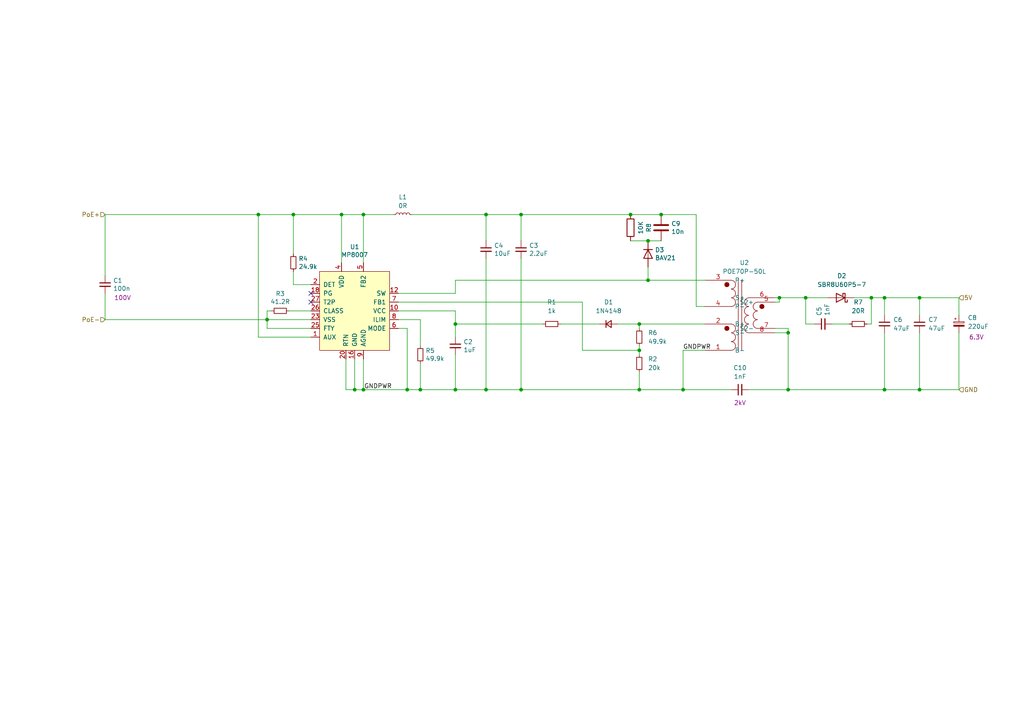
<source format=kicad_sch>
(kicad_sch (version 20211123) (generator eeschema)

  (uuid da469d11-a8a4-414b-9449-d151eeaf4853)

  (paper "A4")

  (lib_symbols
    (symbol "Device:C" (pin_numbers hide) (pin_names (offset 0.254)) (in_bom yes) (on_board yes)
      (property "Reference" "C" (id 0) (at 0.635 2.54 0)
        (effects (font (size 1.27 1.27)) (justify left))
      )
      (property "Value" "C" (id 1) (at 0.635 -2.54 0)
        (effects (font (size 1.27 1.27)) (justify left))
      )
      (property "Footprint" "" (id 2) (at 0.9652 -3.81 0)
        (effects (font (size 1.27 1.27)) hide)
      )
      (property "Datasheet" "~" (id 3) (at 0 0 0)
        (effects (font (size 1.27 1.27)) hide)
      )
      (property "ki_keywords" "cap capacitor" (id 4) (at 0 0 0)
        (effects (font (size 1.27 1.27)) hide)
      )
      (property "ki_description" "Unpolarized capacitor" (id 5) (at 0 0 0)
        (effects (font (size 1.27 1.27)) hide)
      )
      (property "ki_fp_filters" "C_*" (id 6) (at 0 0 0)
        (effects (font (size 1.27 1.27)) hide)
      )
      (symbol "C_0_1"
        (polyline
          (pts
            (xy -2.032 -0.762)
            (xy 2.032 -0.762)
          )
          (stroke (width 0.508) (type default) (color 0 0 0 0))
          (fill (type none))
        )
        (polyline
          (pts
            (xy -2.032 0.762)
            (xy 2.032 0.762)
          )
          (stroke (width 0.508) (type default) (color 0 0 0 0))
          (fill (type none))
        )
      )
      (symbol "C_1_1"
        (pin passive line (at 0 3.81 270) (length 2.794)
          (name "~" (effects (font (size 1.27 1.27))))
          (number "1" (effects (font (size 1.27 1.27))))
        )
        (pin passive line (at 0 -3.81 90) (length 2.794)
          (name "~" (effects (font (size 1.27 1.27))))
          (number "2" (effects (font (size 1.27 1.27))))
        )
      )
    )
    (symbol "Device:C_Polarized_Small" (pin_numbers hide) (pin_names (offset 0.254) hide) (in_bom yes) (on_board yes)
      (property "Reference" "C" (id 0) (at 0.254 1.778 0)
        (effects (font (size 1.27 1.27)) (justify left))
      )
      (property "Value" "C_Polarized_Small" (id 1) (at 0.254 -2.032 0)
        (effects (font (size 1.27 1.27)) (justify left))
      )
      (property "Footprint" "" (id 2) (at 0 0 0)
        (effects (font (size 1.27 1.27)) hide)
      )
      (property "Datasheet" "~" (id 3) (at 0 0 0)
        (effects (font (size 1.27 1.27)) hide)
      )
      (property "ki_keywords" "cap capacitor" (id 4) (at 0 0 0)
        (effects (font (size 1.27 1.27)) hide)
      )
      (property "ki_description" "Polarized capacitor, small symbol" (id 5) (at 0 0 0)
        (effects (font (size 1.27 1.27)) hide)
      )
      (property "ki_fp_filters" "CP_*" (id 6) (at 0 0 0)
        (effects (font (size 1.27 1.27)) hide)
      )
      (symbol "C_Polarized_Small_0_1"
        (rectangle (start -1.524 -0.3048) (end 1.524 -0.6858)
          (stroke (width 0) (type default) (color 0 0 0 0))
          (fill (type outline))
        )
        (rectangle (start -1.524 0.6858) (end 1.524 0.3048)
          (stroke (width 0) (type default) (color 0 0 0 0))
          (fill (type none))
        )
        (polyline
          (pts
            (xy -1.27 1.524)
            (xy -0.762 1.524)
          )
          (stroke (width 0) (type default) (color 0 0 0 0))
          (fill (type none))
        )
        (polyline
          (pts
            (xy -1.016 1.27)
            (xy -1.016 1.778)
          )
          (stroke (width 0) (type default) (color 0 0 0 0))
          (fill (type none))
        )
      )
      (symbol "C_Polarized_Small_1_1"
        (pin passive line (at 0 2.54 270) (length 1.8542)
          (name "~" (effects (font (size 1.27 1.27))))
          (number "1" (effects (font (size 1.27 1.27))))
        )
        (pin passive line (at 0 -2.54 90) (length 1.8542)
          (name "~" (effects (font (size 1.27 1.27))))
          (number "2" (effects (font (size 1.27 1.27))))
        )
      )
    )
    (symbol "Device:C_Small" (pin_numbers hide) (pin_names (offset 0.254) hide) (in_bom yes) (on_board yes)
      (property "Reference" "C" (id 0) (at 0.254 1.778 0)
        (effects (font (size 1.27 1.27)) (justify left))
      )
      (property "Value" "C_Small" (id 1) (at 0.254 -2.032 0)
        (effects (font (size 1.27 1.27)) (justify left))
      )
      (property "Footprint" "" (id 2) (at 0 0 0)
        (effects (font (size 1.27 1.27)) hide)
      )
      (property "Datasheet" "~" (id 3) (at 0 0 0)
        (effects (font (size 1.27 1.27)) hide)
      )
      (property "ki_keywords" "capacitor cap" (id 4) (at 0 0 0)
        (effects (font (size 1.27 1.27)) hide)
      )
      (property "ki_description" "Unpolarized capacitor, small symbol" (id 5) (at 0 0 0)
        (effects (font (size 1.27 1.27)) hide)
      )
      (property "ki_fp_filters" "C_*" (id 6) (at 0 0 0)
        (effects (font (size 1.27 1.27)) hide)
      )
      (symbol "C_Small_0_1"
        (polyline
          (pts
            (xy -1.524 -0.508)
            (xy 1.524 -0.508)
          )
          (stroke (width 0.3302) (type default) (color 0 0 0 0))
          (fill (type none))
        )
        (polyline
          (pts
            (xy -1.524 0.508)
            (xy 1.524 0.508)
          )
          (stroke (width 0.3048) (type default) (color 0 0 0 0))
          (fill (type none))
        )
      )
      (symbol "C_Small_1_1"
        (pin passive line (at 0 2.54 270) (length 2.032)
          (name "~" (effects (font (size 1.27 1.27))))
          (number "1" (effects (font (size 1.27 1.27))))
        )
        (pin passive line (at 0 -2.54 90) (length 2.032)
          (name "~" (effects (font (size 1.27 1.27))))
          (number "2" (effects (font (size 1.27 1.27))))
        )
      )
    )
    (symbol "Device:D" (pin_numbers hide) (pin_names (offset 1.016) hide) (in_bom yes) (on_board yes)
      (property "Reference" "D" (id 0) (at 0 2.54 0)
        (effects (font (size 1.27 1.27)))
      )
      (property "Value" "D" (id 1) (at 0 -2.54 0)
        (effects (font (size 1.27 1.27)))
      )
      (property "Footprint" "" (id 2) (at 0 0 0)
        (effects (font (size 1.27 1.27)) hide)
      )
      (property "Datasheet" "~" (id 3) (at 0 0 0)
        (effects (font (size 1.27 1.27)) hide)
      )
      (property "ki_keywords" "diode" (id 4) (at 0 0 0)
        (effects (font (size 1.27 1.27)) hide)
      )
      (property "ki_description" "Diode" (id 5) (at 0 0 0)
        (effects (font (size 1.27 1.27)) hide)
      )
      (property "ki_fp_filters" "TO-???* *_Diode_* *SingleDiode* D_*" (id 6) (at 0 0 0)
        (effects (font (size 1.27 1.27)) hide)
      )
      (symbol "D_0_1"
        (polyline
          (pts
            (xy -1.27 1.27)
            (xy -1.27 -1.27)
          )
          (stroke (width 0.254) (type default) (color 0 0 0 0))
          (fill (type none))
        )
        (polyline
          (pts
            (xy 1.27 0)
            (xy -1.27 0)
          )
          (stroke (width 0) (type default) (color 0 0 0 0))
          (fill (type none))
        )
        (polyline
          (pts
            (xy 1.27 1.27)
            (xy 1.27 -1.27)
            (xy -1.27 0)
            (xy 1.27 1.27)
          )
          (stroke (width 0.254) (type default) (color 0 0 0 0))
          (fill (type none))
        )
      )
      (symbol "D_1_1"
        (pin passive line (at -3.81 0 0) (length 2.54)
          (name "K" (effects (font (size 1.27 1.27))))
          (number "1" (effects (font (size 1.27 1.27))))
        )
        (pin passive line (at 3.81 0 180) (length 2.54)
          (name "A" (effects (font (size 1.27 1.27))))
          (number "2" (effects (font (size 1.27 1.27))))
        )
      )
    )
    (symbol "Device:D_Schottky" (pin_numbers hide) (pin_names (offset 1.016) hide) (in_bom yes) (on_board yes)
      (property "Reference" "D" (id 0) (at 0 2.54 0)
        (effects (font (size 1.27 1.27)))
      )
      (property "Value" "D_Schottky" (id 1) (at 0 -2.54 0)
        (effects (font (size 1.27 1.27)))
      )
      (property "Footprint" "" (id 2) (at 0 0 0)
        (effects (font (size 1.27 1.27)) hide)
      )
      (property "Datasheet" "~" (id 3) (at 0 0 0)
        (effects (font (size 1.27 1.27)) hide)
      )
      (property "ki_keywords" "diode Schottky" (id 4) (at 0 0 0)
        (effects (font (size 1.27 1.27)) hide)
      )
      (property "ki_description" "Schottky diode" (id 5) (at 0 0 0)
        (effects (font (size 1.27 1.27)) hide)
      )
      (property "ki_fp_filters" "TO-???* *_Diode_* *SingleDiode* D_*" (id 6) (at 0 0 0)
        (effects (font (size 1.27 1.27)) hide)
      )
      (symbol "D_Schottky_0_1"
        (polyline
          (pts
            (xy 1.27 0)
            (xy -1.27 0)
          )
          (stroke (width 0) (type default) (color 0 0 0 0))
          (fill (type none))
        )
        (polyline
          (pts
            (xy 1.27 1.27)
            (xy 1.27 -1.27)
            (xy -1.27 0)
            (xy 1.27 1.27)
          )
          (stroke (width 0.254) (type default) (color 0 0 0 0))
          (fill (type none))
        )
        (polyline
          (pts
            (xy -1.905 0.635)
            (xy -1.905 1.27)
            (xy -1.27 1.27)
            (xy -1.27 -1.27)
            (xy -0.635 -1.27)
            (xy -0.635 -0.635)
          )
          (stroke (width 0.254) (type default) (color 0 0 0 0))
          (fill (type none))
        )
      )
      (symbol "D_Schottky_1_1"
        (pin passive line (at -3.81 0 0) (length 2.54)
          (name "K" (effects (font (size 1.27 1.27))))
          (number "1" (effects (font (size 1.27 1.27))))
        )
        (pin passive line (at 3.81 0 180) (length 2.54)
          (name "A" (effects (font (size 1.27 1.27))))
          (number "2" (effects (font (size 1.27 1.27))))
        )
      )
    )
    (symbol "Device:D_Small" (pin_numbers hide) (pin_names (offset 0.254) hide) (in_bom yes) (on_board yes)
      (property "Reference" "D" (id 0) (at -1.27 2.032 0)
        (effects (font (size 1.27 1.27)) (justify left))
      )
      (property "Value" "D_Small" (id 1) (at -3.81 -2.032 0)
        (effects (font (size 1.27 1.27)) (justify left))
      )
      (property "Footprint" "" (id 2) (at 0 0 90)
        (effects (font (size 1.27 1.27)) hide)
      )
      (property "Datasheet" "~" (id 3) (at 0 0 90)
        (effects (font (size 1.27 1.27)) hide)
      )
      (property "ki_keywords" "diode" (id 4) (at 0 0 0)
        (effects (font (size 1.27 1.27)) hide)
      )
      (property "ki_description" "Diode, small symbol" (id 5) (at 0 0 0)
        (effects (font (size 1.27 1.27)) hide)
      )
      (property "ki_fp_filters" "TO-???* *_Diode_* *SingleDiode* D_*" (id 6) (at 0 0 0)
        (effects (font (size 1.27 1.27)) hide)
      )
      (symbol "D_Small_0_1"
        (polyline
          (pts
            (xy -0.762 -1.016)
            (xy -0.762 1.016)
          )
          (stroke (width 0.254) (type default) (color 0 0 0 0))
          (fill (type none))
        )
        (polyline
          (pts
            (xy -0.762 0)
            (xy 0.762 0)
          )
          (stroke (width 0) (type default) (color 0 0 0 0))
          (fill (type none))
        )
        (polyline
          (pts
            (xy 0.762 -1.016)
            (xy -0.762 0)
            (xy 0.762 1.016)
            (xy 0.762 -1.016)
          )
          (stroke (width 0.254) (type default) (color 0 0 0 0))
          (fill (type none))
        )
      )
      (symbol "D_Small_1_1"
        (pin passive line (at -2.54 0 0) (length 1.778)
          (name "K" (effects (font (size 1.27 1.27))))
          (number "1" (effects (font (size 1.27 1.27))))
        )
        (pin passive line (at 2.54 0 180) (length 1.778)
          (name "A" (effects (font (size 1.27 1.27))))
          (number "2" (effects (font (size 1.27 1.27))))
        )
      )
    )
    (symbol "Device:L_Small" (pin_numbers hide) (pin_names (offset 0.254) hide) (in_bom yes) (on_board yes)
      (property "Reference" "L" (id 0) (at 0.762 1.016 0)
        (effects (font (size 1.27 1.27)) (justify left))
      )
      (property "Value" "L_Small" (id 1) (at 0.762 -1.016 0)
        (effects (font (size 1.27 1.27)) (justify left))
      )
      (property "Footprint" "" (id 2) (at 0 0 0)
        (effects (font (size 1.27 1.27)) hide)
      )
      (property "Datasheet" "~" (id 3) (at 0 0 0)
        (effects (font (size 1.27 1.27)) hide)
      )
      (property "ki_keywords" "inductor choke coil reactor magnetic" (id 4) (at 0 0 0)
        (effects (font (size 1.27 1.27)) hide)
      )
      (property "ki_description" "Inductor, small symbol" (id 5) (at 0 0 0)
        (effects (font (size 1.27 1.27)) hide)
      )
      (property "ki_fp_filters" "Choke_* *Coil* Inductor_* L_*" (id 6) (at 0 0 0)
        (effects (font (size 1.27 1.27)) hide)
      )
      (symbol "L_Small_0_1"
        (arc (start 0 -2.032) (mid 0.508 -1.524) (end 0 -1.016)
          (stroke (width 0) (type default) (color 0 0 0 0))
          (fill (type none))
        )
        (arc (start 0 -1.016) (mid 0.508 -0.508) (end 0 0)
          (stroke (width 0) (type default) (color 0 0 0 0))
          (fill (type none))
        )
        (arc (start 0 0) (mid 0.508 0.508) (end 0 1.016)
          (stroke (width 0) (type default) (color 0 0 0 0))
          (fill (type none))
        )
        (arc (start 0 1.016) (mid 0.508 1.524) (end 0 2.032)
          (stroke (width 0) (type default) (color 0 0 0 0))
          (fill (type none))
        )
      )
      (symbol "L_Small_1_1"
        (pin passive line (at 0 2.54 270) (length 0.508)
          (name "~" (effects (font (size 1.27 1.27))))
          (number "1" (effects (font (size 1.27 1.27))))
        )
        (pin passive line (at 0 -2.54 90) (length 0.508)
          (name "~" (effects (font (size 1.27 1.27))))
          (number "2" (effects (font (size 1.27 1.27))))
        )
      )
    )
    (symbol "Device:R" (pin_numbers hide) (pin_names (offset 0)) (in_bom yes) (on_board yes)
      (property "Reference" "R" (id 0) (at 2.032 0 90)
        (effects (font (size 1.27 1.27)))
      )
      (property "Value" "R" (id 1) (at 0 0 90)
        (effects (font (size 1.27 1.27)))
      )
      (property "Footprint" "" (id 2) (at -1.778 0 90)
        (effects (font (size 1.27 1.27)) hide)
      )
      (property "Datasheet" "~" (id 3) (at 0 0 0)
        (effects (font (size 1.27 1.27)) hide)
      )
      (property "ki_keywords" "R res resistor" (id 4) (at 0 0 0)
        (effects (font (size 1.27 1.27)) hide)
      )
      (property "ki_description" "Resistor" (id 5) (at 0 0 0)
        (effects (font (size 1.27 1.27)) hide)
      )
      (property "ki_fp_filters" "R_*" (id 6) (at 0 0 0)
        (effects (font (size 1.27 1.27)) hide)
      )
      (symbol "R_0_1"
        (rectangle (start -1.016 -2.54) (end 1.016 2.54)
          (stroke (width 0.254) (type default) (color 0 0 0 0))
          (fill (type none))
        )
      )
      (symbol "R_1_1"
        (pin passive line (at 0 3.81 270) (length 1.27)
          (name "~" (effects (font (size 1.27 1.27))))
          (number "1" (effects (font (size 1.27 1.27))))
        )
        (pin passive line (at 0 -3.81 90) (length 1.27)
          (name "~" (effects (font (size 1.27 1.27))))
          (number "2" (effects (font (size 1.27 1.27))))
        )
      )
    )
    (symbol "Device:R_Small" (pin_numbers hide) (pin_names (offset 0.254) hide) (in_bom yes) (on_board yes)
      (property "Reference" "R" (id 0) (at 0.762 0.508 0)
        (effects (font (size 1.27 1.27)) (justify left))
      )
      (property "Value" "R_Small" (id 1) (at 0.762 -1.016 0)
        (effects (font (size 1.27 1.27)) (justify left))
      )
      (property "Footprint" "" (id 2) (at 0 0 0)
        (effects (font (size 1.27 1.27)) hide)
      )
      (property "Datasheet" "~" (id 3) (at 0 0 0)
        (effects (font (size 1.27 1.27)) hide)
      )
      (property "ki_keywords" "R resistor" (id 4) (at 0 0 0)
        (effects (font (size 1.27 1.27)) hide)
      )
      (property "ki_description" "Resistor, small symbol" (id 5) (at 0 0 0)
        (effects (font (size 1.27 1.27)) hide)
      )
      (property "ki_fp_filters" "R_*" (id 6) (at 0 0 0)
        (effects (font (size 1.27 1.27)) hide)
      )
      (symbol "R_Small_0_1"
        (rectangle (start -0.762 1.778) (end 0.762 -1.778)
          (stroke (width 0.2032) (type default) (color 0 0 0 0))
          (fill (type none))
        )
      )
      (symbol "R_Small_1_1"
        (pin passive line (at 0 2.54 270) (length 0.762)
          (name "~" (effects (font (size 1.27 1.27))))
          (number "1" (effects (font (size 1.27 1.27))))
        )
        (pin passive line (at 0 -2.54 90) (length 0.762)
          (name "~" (effects (font (size 1.27 1.27))))
          (number "2" (effects (font (size 1.27 1.27))))
        )
      )
    )
    (symbol "local:MP8007" (pin_names (offset 1.016)) (in_bom yes) (on_board yes)
      (property "Reference" "U" (id 0) (at -5.08 11.43 0)
        (effects (font (size 1.27 1.27)))
      )
      (property "Value" "MP8007" (id 1) (at -1.27 -13.97 0)
        (effects (font (size 1.27 1.27)))
      )
      (property "Footprint" "" (id 2) (at -5.08 11.43 0)
        (effects (font (size 1.27 1.27)) hide)
      )
      (property "Datasheet" "" (id 3) (at -5.08 11.43 0)
        (effects (font (size 1.27 1.27)) hide)
      )
      (symbol "MP8007_0_1"
        (rectangle (start -6.35 10.16) (end 13.97 -12.7)
          (stroke (width 0) (type default) (color 0 0 0 0))
          (fill (type background))
        )
      )
      (symbol "MP8007_1_1"
        (pin input line (at -8.89 -8.89 0) (length 2.54)
          (name "AUX" (effects (font (size 1.27 1.27))))
          (number "1" (effects (font (size 1.27 1.27))))
        )
        (pin input line (at 16.51 -1.27 180) (length 2.54)
          (name "VCC" (effects (font (size 1.27 1.27))))
          (number "10" (effects (font (size 1.27 1.27))))
        )
        (pin input line (at 16.51 3.81 180) (length 2.54)
          (name "SW" (effects (font (size 1.27 1.27))))
          (number "12" (effects (font (size 1.27 1.27))))
        )
        (pin input line (at 16.51 3.81 180) (length 2.54) hide
          (name "~" (effects (font (size 1.27 1.27))))
          (number "13" (effects (font (size 1.27 1.27))))
        )
        (pin input line (at 6.35 -15.24 90) (length 2.54) hide
          (name "NC" (effects (font (size 1.27 1.27))))
          (number "14" (effects (font (size 1.27 1.27))))
        )
        (pin input line (at 6.35 -15.24 90) (length 2.54) hide
          (name "NC" (effects (font (size 1.27 1.27))))
          (number "15" (effects (font (size 1.27 1.27))))
        )
        (pin input line (at 3.81 -15.24 90) (length 2.54)
          (name "GND" (effects (font (size 1.27 1.27))))
          (number "16" (effects (font (size 1.27 1.27))))
        )
        (pin input line (at 3.81 -15.24 90) (length 2.54) hide
          (name "~" (effects (font (size 1.27 1.27))))
          (number "17" (effects (font (size 1.27 1.27))))
        )
        (pin input line (at -8.89 3.81 0) (length 2.54)
          (name "PG" (effects (font (size 1.27 1.27))))
          (number "18" (effects (font (size 1.27 1.27))))
        )
        (pin input line (at 6.35 -15.24 90) (length 2.54) hide
          (name "NC" (effects (font (size 1.27 1.27))))
          (number "19" (effects (font (size 1.27 1.27))))
        )
        (pin input line (at -8.89 6.35 0) (length 2.54)
          (name "DET" (effects (font (size 1.27 1.27))))
          (number "2" (effects (font (size 1.27 1.27))))
        )
        (pin input line (at 1.27 -15.24 90) (length 2.54)
          (name "RTN" (effects (font (size 1.27 1.27))))
          (number "20" (effects (font (size 1.27 1.27))))
        )
        (pin input line (at 1.27 -15.24 90) (length 2.54) hide
          (name "~" (effects (font (size 1.27 1.27))))
          (number "21" (effects (font (size 1.27 1.27))))
        )
        (pin input line (at 6.35 -15.24 90) (length 2.54) hide
          (name "NC" (effects (font (size 1.27 1.27))))
          (number "22" (effects (font (size 1.27 1.27))))
        )
        (pin input line (at -8.89 -3.81 0) (length 2.54)
          (name "VSS" (effects (font (size 1.27 1.27))))
          (number "23" (effects (font (size 1.27 1.27))))
        )
        (pin input line (at -8.89 -3.81 0) (length 2.54) hide
          (name "~" (effects (font (size 1.27 1.27))))
          (number "24" (effects (font (size 1.27 1.27))))
        )
        (pin input line (at -8.89 -6.35 0) (length 2.54)
          (name "FTY" (effects (font (size 1.27 1.27))))
          (number "25" (effects (font (size 1.27 1.27))))
        )
        (pin input line (at -8.89 -1.27 0) (length 2.54)
          (name "CLASS" (effects (font (size 1.27 1.27))))
          (number "26" (effects (font (size 1.27 1.27))))
        )
        (pin input line (at -8.89 1.27 0) (length 2.54)
          (name "T2P" (effects (font (size 1.27 1.27))))
          (number "27" (effects (font (size 1.27 1.27))))
        )
        (pin input line (at 3.81 -15.24 90) (length 2.54) hide
          (name "GND" (effects (font (size 1.27 1.27))))
          (number "29" (effects (font (size 1.27 1.27))))
        )
        (pin input line (at 0 12.7 270) (length 2.54)
          (name "VDD" (effects (font (size 1.27 1.27))))
          (number "4" (effects (font (size 1.27 1.27))))
        )
        (pin input line (at 6.35 12.7 270) (length 2.54)
          (name "FB2" (effects (font (size 1.27 1.27))))
          (number "5" (effects (font (size 1.27 1.27))))
        )
        (pin input line (at 16.51 -6.35 180) (length 2.54)
          (name "MODE" (effects (font (size 1.27 1.27))))
          (number "6" (effects (font (size 1.27 1.27))))
        )
        (pin input line (at 16.51 1.27 180) (length 2.54)
          (name "FB1" (effects (font (size 1.27 1.27))))
          (number "7" (effects (font (size 1.27 1.27))))
        )
        (pin input line (at 16.51 -3.81 180) (length 2.54)
          (name "ILIM" (effects (font (size 1.27 1.27))))
          (number "8" (effects (font (size 1.27 1.27))))
        )
        (pin input line (at 6.35 -15.24 90) (length 2.54)
          (name "AGND" (effects (font (size 1.27 1.27))))
          (number "9" (effects (font (size 1.27 1.27))))
        )
      )
    )
    (symbol "local:POE70P-50L" (pin_names (offset 1.016)) (in_bom yes) (on_board yes)
      (property "Reference" "U" (id 0) (at 0 0 0)
        (effects (font (size 1.27 1.27)))
      )
      (property "Value" "POE70P-50L" (id 1) (at 0 12.7 0)
        (effects (font (size 1.27 1.27)))
      )
      (property "Footprint" "" (id 2) (at 0 0 0)
        (effects (font (size 1.27 1.27)) hide)
      )
      (property "Datasheet" "" (id 3) (at 0 0 0)
        (effects (font (size 1.27 1.27)) hide)
      )
      (symbol "POE70P-50L_0_1"
        (circle (center -3.81 -3.81) (radius 0.635)
          (stroke (width 0) (type default) (color 0 0 0 0))
          (fill (type outline))
        )
        (circle (center -3.81 8.89) (radius 0.635)
          (stroke (width 0) (type default) (color 0 0 0 0))
          (fill (type outline))
        )
        (circle (center 6.35 2.54) (radius 0.635)
          (stroke (width 0) (type default) (color 0 0 0 0))
          (fill (type outline))
        )
      )
      (symbol "POE70P-50L_1_1"
        (arc (start -2.54 -10.16) (mid -1.642 -9.788) (end -1.2954 -8.89)
          (stroke (width 0) (type default) (color 0 0 0 0))
          (fill (type none))
        )
        (arc (start -2.54 -7.62) (mid -1.642 -7.248) (end -1.2954 -6.35)
          (stroke (width 0) (type default) (color 0 0 0 0))
          (fill (type none))
        )
        (arc (start -2.54 -5.08) (mid -1.642 -4.708) (end -1.2954 -3.81)
          (stroke (width 0) (type default) (color 0 0 0 0))
          (fill (type none))
        )
        (arc (start -2.54 2.54) (mid -1.642 2.912) (end -1.2954 3.81)
          (stroke (width 0) (type default) (color 0 0 0 0))
          (fill (type none))
        )
        (arc (start -2.54 5.08) (mid -1.642 5.452) (end -1.2954 6.35)
          (stroke (width 0) (type default) (color 0 0 0 0))
          (fill (type none))
        )
        (arc (start -2.54 7.62) (mid -1.642 7.992) (end -1.2954 8.89)
          (stroke (width 0) (type default) (color 0 0 0 0))
          (fill (type none))
        )
        (arc (start -1.2954 -8.89) (mid -1.6599 -8.0099) (end -2.54 -7.6454)
          (stroke (width 0) (type default) (color 0 0 0 0))
          (fill (type none))
        )
        (arc (start -1.2954 -6.35) (mid -1.6599 -5.4699) (end -2.54 -5.1054)
          (stroke (width 0) (type default) (color 0 0 0 0))
          (fill (type none))
        )
        (arc (start -1.2954 -3.81) (mid -1.6599 -2.9299) (end -2.54 -2.5654)
          (stroke (width 0) (type default) (color 0 0 0 0))
          (fill (type none))
        )
        (arc (start -1.2954 3.81) (mid -1.6599 4.6901) (end -2.54 5.0546)
          (stroke (width 0) (type default) (color 0 0 0 0))
          (fill (type none))
        )
        (arc (start -1.2954 6.35) (mid -1.6599 7.2301) (end -2.54 7.5946)
          (stroke (width 0) (type default) (color 0 0 0 0))
          (fill (type none))
        )
        (arc (start -1.2954 8.89) (mid -1.6599 9.7701) (end -2.54 10.1346)
          (stroke (width 0) (type default) (color 0 0 0 0))
          (fill (type none))
        )
        (polyline
          (pts
            (xy -0.508 -10.16)
            (xy -0.508 10.16)
          )
          (stroke (width 0) (type default) (color 0 0 0 0))
          (fill (type none))
        )
        (polyline
          (pts
            (xy 0.508 10.16)
            (xy 0.508 -10.16)
          )
          (stroke (width 0) (type default) (color 0 0 0 0))
          (fill (type none))
        )
        (arc (start 1.27 -3.81) (mid 1.642 -4.708) (end 2.54 -5.08)
          (stroke (width 0) (type default) (color 0 0 0 0))
          (fill (type none))
        )
        (arc (start 1.27 -1.27) (mid 1.642 -2.168) (end 2.54 -2.54)
          (stroke (width 0) (type default) (color 0 0 0 0))
          (fill (type none))
        )
        (arc (start 1.27 1.27) (mid 1.642 0.372) (end 2.54 0)
          (stroke (width 0) (type default) (color 0 0 0 0))
          (fill (type none))
        )
        (arc (start 1.27 3.81) (mid 1.642 2.912) (end 2.54 2.54)
          (stroke (width 0) (type default) (color 0 0 0 0))
          (fill (type none))
        )
        (arc (start 2.54 -2.5654) (mid 1.6599 -2.9299) (end 1.27 -3.81)
          (stroke (width 0) (type default) (color 0 0 0 0))
          (fill (type none))
        )
        (arc (start 2.54 -0.0254) (mid 1.6599 -0.3899) (end 1.27 -1.27)
          (stroke (width 0) (type default) (color 0 0 0 0))
          (fill (type none))
        )
        (arc (start 2.54 2.5146) (mid 1.6599 2.1501) (end 1.27 1.27)
          (stroke (width 0) (type default) (color 0 0 0 0))
          (fill (type none))
        )
        (arc (start 2.54 5.0546) (mid 1.6599 4.6901) (end 1.27 3.81)
          (stroke (width 0) (type default) (color 0 0 0 0))
          (fill (type none))
        )
        (arc (start 3.81 -2.54) (mid 4.182 -3.438) (end 5.08 -3.81)
          (stroke (width 0) (type default) (color 0 0 0 0))
          (fill (type none))
        )
        (arc (start 3.81 0) (mid 4.182 -0.898) (end 5.08 -1.27)
          (stroke (width 0) (type default) (color 0 0 0 0))
          (fill (type none))
        )
        (arc (start 3.81 2.54) (mid 4.182 1.642) (end 5.08 1.27)
          (stroke (width 0) (type default) (color 0 0 0 0))
          (fill (type none))
        )
        (arc (start 5.08 -1.2954) (mid 4.1999 -1.6599) (end 3.81 -2.54)
          (stroke (width 0) (type default) (color 0 0 0 0))
          (fill (type none))
        )
        (arc (start 5.08 1.2446) (mid 4.1999 0.8801) (end 3.81 0)
          (stroke (width 0) (type default) (color 0 0 0 0))
          (fill (type none))
        )
        (arc (start 5.08 3.7846) (mid 4.1999 3.4201) (end 3.81 2.54)
          (stroke (width 0) (type default) (color 0 0 0 0))
          (fill (type none))
        )
        (pin passive line (at -10.16 -10.16 0) (length 7.62)
          (name "B-" (effects (font (size 1.27 1.27))))
          (number "1" (effects (font (size 1.27 1.27))))
        )
        (pin passive line (at -10.16 -2.54 0) (length 7.62)
          (name "B+" (effects (font (size 1.27 1.27))))
          (number "2" (effects (font (size 1.27 1.27))))
        )
        (pin passive line (at -10.16 10.16 0) (length 7.62)
          (name "P+" (effects (font (size 1.27 1.27))))
          (number "3" (effects (font (size 1.27 1.27))))
        )
        (pin passive line (at -10.16 2.54 0) (length 7.62)
          (name "P-" (effects (font (size 1.27 1.27))))
          (number "4" (effects (font (size 1.27 1.27))))
        )
        (pin passive line (at 10.16 3.81 180) (length 5.08)
          (name "S2+" (effects (font (size 1.27 1.27))))
          (number "5" (effects (font (size 1.27 1.27))))
        )
        (pin passive line (at 10.16 5.08 180) (length 7.62)
          (name "S+" (effects (font (size 1.27 1.27))))
          (number "6" (effects (font (size 1.27 1.27))))
        )
        (pin passive line (at 10.16 -3.81 180) (length 5.08)
          (name "S2-" (effects (font (size 1.27 1.27))))
          (number "7" (effects (font (size 1.27 1.27))))
        )
        (pin passive line (at 10.16 -5.08 180) (length 7.62)
          (name "S-" (effects (font (size 1.27 1.27))))
          (number "8" (effects (font (size 1.27 1.27))))
        )
      )
    )
  )

  (junction (at 85.09 62.23) (diameter 0) (color 0 0 0 0)
    (uuid 037da714-6377-43de-b800-13334e7b059e)
  )
  (junction (at 266.7 86.36) (diameter 0) (color 0 0 0 0)
    (uuid 0b0abc08-6100-46e6-85b1-ee3143655a31)
  )
  (junction (at 256.54 113.03) (diameter 0) (color 0 0 0 0)
    (uuid 0ee74bcc-dfb1-4ca5-9147-e45f5cc580f6)
  )
  (junction (at 151.13 113.03) (diameter 0) (color 0 0 0 0)
    (uuid 105435fb-f3bc-4f85-9b68-5b4281922682)
  )
  (junction (at 102.87 113.03) (diameter 0) (color 0 0 0 0)
    (uuid 181abe7a-f941-42b6-bd46-aaa3131f90fb)
  )
  (junction (at 198.12 113.03) (diameter 0) (color 0 0 0 0)
    (uuid 2b215616-4c0a-44f8-99aa-f7a0797d97d4)
  )
  (junction (at 77.47 92.71) (diameter 0) (color 0 0 0 0)
    (uuid 354dddb6-87e4-4569-bdd9-a807594b36d9)
  )
  (junction (at 118.11 113.03) (diameter 0) (color 0 0 0 0)
    (uuid 3b743e62-1336-4f91-ad6f-7e0cc25a2097)
  )
  (junction (at 228.6 113.03) (diameter 0) (color 0 0 0 0)
    (uuid 5cd52bc7-9742-4c21-ab94-673b5aeda239)
  )
  (junction (at 74.93 62.23) (diameter 0) (color 0 0 0 0)
    (uuid 6ba1766b-320f-4ae0-8c42-0e0159e9c7d9)
  )
  (junction (at 151.13 62.23) (diameter 0) (color 0 0 0 0)
    (uuid 6bb02028-f398-4fe4-996f-ab7518203770)
  )
  (junction (at 132.08 93.98) (diameter 0) (color 0 0 0 0)
    (uuid 6c11bf6b-90c7-4bb6-b85f-98af6160f8f1)
  )
  (junction (at 185.42 93.98) (diameter 0) (color 0 0 0 0)
    (uuid 6ea89f30-81f1-422f-8c5d-d9934ac6ffc4)
  )
  (junction (at 140.97 113.03) (diameter 0) (color 0 0 0 0)
    (uuid 6ecd899a-4078-4d05-b8d3-e3dc6d9ec384)
  )
  (junction (at 187.96 69.85) (diameter 0) (color 0 0 0 0)
    (uuid 72fe448c-cdf4-4fe6-8911-0f312e324d58)
  )
  (junction (at 105.41 62.23) (diameter 0) (color 0 0 0 0)
    (uuid 74a224d2-be5f-4f04-87da-2e524cd27177)
  )
  (junction (at 185.42 101.6) (diameter 0) (color 0 0 0 0)
    (uuid 805e4af5-3a36-473a-921b-cdd3fa590ad3)
  )
  (junction (at 105.41 113.03) (diameter 0) (color 0 0 0 0)
    (uuid 8174b4de-74b1-48db-ab8e-c8432251095b)
  )
  (junction (at 132.08 113.03) (diameter 0) (color 0 0 0 0)
    (uuid 8df04265-7cfb-4b8e-b7ec-a8f232dc8d4f)
  )
  (junction (at 252.73 86.36) (diameter 0) (color 0 0 0 0)
    (uuid 90167279-bbe5-4158-83e5-a8e3dbac704a)
  )
  (junction (at 187.96 81.28) (diameter 0) (color 0 0 0 0)
    (uuid ac410acf-dd27-4d65-967a-4c57b06eec1f)
  )
  (junction (at 99.06 62.23) (diameter 0) (color 0 0 0 0)
    (uuid bad07f5a-5af7-4752-a8dd-473a97ebd895)
  )
  (junction (at 266.7 113.03) (diameter 0) (color 0 0 0 0)
    (uuid c0ed8980-90b4-4eb7-86e6-2fc295f87d54)
  )
  (junction (at 226.06 86.36) (diameter 0) (color 0 0 0 0)
    (uuid cf8378ac-71e9-4987-adac-47bcf77b0d75)
  )
  (junction (at 256.54 86.36) (diameter 0) (color 0 0 0 0)
    (uuid cfc4f8bc-b992-4e8b-9522-446e692bfe83)
  )
  (junction (at 233.68 86.36) (diameter 0) (color 0 0 0 0)
    (uuid d0f14f89-ae82-4972-96fe-6bc6cdd64e96)
  )
  (junction (at 228.6 96.52) (diameter 0) (color 0 0 0 0)
    (uuid d5485da4-1037-4ebf-8937-43bcb974d209)
  )
  (junction (at 121.92 113.03) (diameter 0) (color 0 0 0 0)
    (uuid da6d6227-142e-470c-b137-a069deb45683)
  )
  (junction (at 191.77 62.23) (diameter 0) (color 0 0 0 0)
    (uuid e4fade3d-a4d5-4a50-af19-cee1037abbee)
  )
  (junction (at 140.97 62.23) (diameter 0) (color 0 0 0 0)
    (uuid f27affac-a003-445c-9c01-857306b22529)
  )
  (junction (at 182.88 62.23) (diameter 0) (color 0 0 0 0)
    (uuid f9827ffd-cc55-46e3-9bae-af14f2d3ccd8)
  )
  (junction (at 185.42 113.03) (diameter 0) (color 0 0 0 0)
    (uuid f9b4916a-bf6e-4069-9098-eeac19179466)
  )

  (no_connect (at 90.17 85.09) (uuid 6a45789b-3855-401f-8139-3c734f7f52f9))
  (no_connect (at 90.17 87.63) (uuid b1086f75-01ba-4188-8d36-75a9e2828ca9))

  (wire (pts (xy 132.08 81.28) (xy 132.08 85.09))
    (stroke (width 0) (type default) (color 0 0 0 0))
    (uuid 02530b91-a67a-4d82-afe2-5e161a3d575c)
  )
  (wire (pts (xy 121.92 105.41) (xy 121.92 113.03))
    (stroke (width 0) (type default) (color 0 0 0 0))
    (uuid 0d508188-350a-40fc-9618-f9031c784e70)
  )
  (wire (pts (xy 102.87 104.14) (xy 102.87 113.03))
    (stroke (width 0) (type default) (color 0 0 0 0))
    (uuid 0eaa98f0-9565-4637-ace3-42a5231b07f7)
  )
  (wire (pts (xy 74.93 97.79) (xy 74.93 62.23))
    (stroke (width 0) (type default) (color 0 0 0 0))
    (uuid 0ec052cc-c4c8-4976-aebb-e6051620efb2)
  )
  (wire (pts (xy 132.08 90.17) (xy 115.57 90.17))
    (stroke (width 0) (type default) (color 0 0 0 0))
    (uuid 0ff6aa00-a660-4c2e-a614-b55c393a1aa2)
  )
  (wire (pts (xy 132.08 97.79) (xy 132.08 93.98))
    (stroke (width 0) (type default) (color 0 0 0 0))
    (uuid 149786ef-6b55-4ae0-9561-3ff7f5160dea)
  )
  (wire (pts (xy 233.68 86.36) (xy 240.03 86.36))
    (stroke (width 0) (type default) (color 0 0 0 0))
    (uuid 15db3692-84c6-4b5b-827f-be868c7896d3)
  )
  (wire (pts (xy 252.73 86.36) (xy 256.54 86.36))
    (stroke (width 0) (type default) (color 0 0 0 0))
    (uuid 17d972a8-e82c-42b4-ae40-4831af5c44e2)
  )
  (wire (pts (xy 185.42 101.6) (xy 185.42 102.87))
    (stroke (width 0) (type default) (color 0 0 0 0))
    (uuid 187398b5-9e9d-49cb-81c3-0ea44700e894)
  )
  (wire (pts (xy 162.56 93.98) (xy 173.99 93.98))
    (stroke (width 0) (type default) (color 0 0 0 0))
    (uuid 1942eb27-efea-4377-b7b0-3b1453747298)
  )
  (wire (pts (xy 256.54 86.36) (xy 266.7 86.36))
    (stroke (width 0) (type default) (color 0 0 0 0))
    (uuid 197a4931-c9f8-4a10-84c5-de2d62061ef3)
  )
  (wire (pts (xy 151.13 74.93) (xy 151.13 113.03))
    (stroke (width 0) (type default) (color 0 0 0 0))
    (uuid 1e1f18cb-e572-417e-a891-8c62c0ab5f62)
  )
  (wire (pts (xy 132.08 93.98) (xy 157.48 93.98))
    (stroke (width 0) (type default) (color 0 0 0 0))
    (uuid 1ec13e33-a0e1-4c7d-96bd-a7e1f3a91299)
  )
  (wire (pts (xy 187.96 81.28) (xy 204.47 81.28))
    (stroke (width 0) (type default) (color 0 0 0 0))
    (uuid 1f444927-649c-4085-8e03-b2e52d3304c8)
  )
  (wire (pts (xy 241.3 93.98) (xy 246.38 93.98))
    (stroke (width 0) (type default) (color 0 0 0 0))
    (uuid 24ae74de-90b1-4c74-b26c-2bc1b1d9631a)
  )
  (wire (pts (xy 201.93 62.23) (xy 201.93 88.9))
    (stroke (width 0) (type default) (color 0 0 0 0))
    (uuid 29224b48-1f29-49cf-919b-3ac34dd24145)
  )
  (wire (pts (xy 78.74 90.17) (xy 77.47 90.17))
    (stroke (width 0) (type default) (color 0 0 0 0))
    (uuid 2fd15c74-7cdb-44ca-be1c-a03f832c966a)
  )
  (wire (pts (xy 198.12 101.6) (xy 204.47 101.6))
    (stroke (width 0) (type default) (color 0 0 0 0))
    (uuid 33a6136f-966d-48cd-a842-e0e88159c1f2)
  )
  (wire (pts (xy 182.88 62.23) (xy 191.77 62.23))
    (stroke (width 0) (type default) (color 0 0 0 0))
    (uuid 34e5c616-5426-47e2-a9ef-a9481d59f598)
  )
  (wire (pts (xy 266.7 86.36) (xy 266.7 91.44))
    (stroke (width 0) (type default) (color 0 0 0 0))
    (uuid 379990d1-651c-4182-b1b1-a912b8b86e17)
  )
  (wire (pts (xy 77.47 95.25) (xy 77.47 92.71))
    (stroke (width 0) (type default) (color 0 0 0 0))
    (uuid 38c9ddc1-5754-4396-a419-2968e51fa41d)
  )
  (wire (pts (xy 74.93 62.23) (xy 85.09 62.23))
    (stroke (width 0) (type default) (color 0 0 0 0))
    (uuid 3b69d50b-d885-4489-8e3c-9dd0ec7e0bb4)
  )
  (wire (pts (xy 140.97 69.85) (xy 140.97 62.23))
    (stroke (width 0) (type default) (color 0 0 0 0))
    (uuid 3fb7e12c-6f2f-41ac-b1d8-77d5f63e833c)
  )
  (wire (pts (xy 99.06 62.23) (xy 99.06 76.2))
    (stroke (width 0) (type default) (color 0 0 0 0))
    (uuid 45baf2de-16f5-4fc4-ba32-41239cbce63d)
  )
  (wire (pts (xy 151.13 113.03) (xy 185.42 113.03))
    (stroke (width 0) (type default) (color 0 0 0 0))
    (uuid 463e5f12-2faf-4a83-8912-34d0a565ccf8)
  )
  (wire (pts (xy 233.68 86.36) (xy 233.68 93.98))
    (stroke (width 0) (type default) (color 0 0 0 0))
    (uuid 466a7a0e-f3ed-4606-ad95-2241e0cc05a2)
  )
  (wire (pts (xy 30.48 80.01) (xy 30.48 62.23))
    (stroke (width 0) (type default) (color 0 0 0 0))
    (uuid 47baf4b1-0938-497d-88f9-671136aa8be7)
  )
  (wire (pts (xy 256.54 113.03) (xy 266.7 113.03))
    (stroke (width 0) (type default) (color 0 0 0 0))
    (uuid 4d8db298-3e2f-4662-a36b-fbc097fc4e31)
  )
  (wire (pts (xy 115.57 92.71) (xy 121.92 92.71))
    (stroke (width 0) (type default) (color 0 0 0 0))
    (uuid 4d9b19e6-1617-4d78-befa-b8d7d9e8b20a)
  )
  (wire (pts (xy 151.13 62.23) (xy 182.88 62.23))
    (stroke (width 0) (type default) (color 0 0 0 0))
    (uuid 4f448ba7-90f6-4912-8bbc-961df47acded)
  )
  (wire (pts (xy 118.11 95.25) (xy 118.11 113.03))
    (stroke (width 0) (type default) (color 0 0 0 0))
    (uuid 53c610ea-bbb0-4aa7-9f13-43d7e8f0793f)
  )
  (wire (pts (xy 115.57 87.63) (xy 168.91 87.63))
    (stroke (width 0) (type default) (color 0 0 0 0))
    (uuid 5b2597e2-b905-4eb1-9ddf-25c1ad77c46d)
  )
  (wire (pts (xy 191.77 69.85) (xy 187.96 69.85))
    (stroke (width 0) (type default) (color 0 0 0 0))
    (uuid 5f488221-1241-4371-81d0-477ec65ef41e)
  )
  (wire (pts (xy 236.22 93.98) (xy 233.68 93.98))
    (stroke (width 0) (type default) (color 0 0 0 0))
    (uuid 5f4ee7bf-860e-4909-8e57-56028894697c)
  )
  (wire (pts (xy 105.41 62.23) (xy 114.3 62.23))
    (stroke (width 0) (type default) (color 0 0 0 0))
    (uuid 62040099-a627-4605-af1b-1c54ece48503)
  )
  (wire (pts (xy 224.79 95.25) (xy 228.6 95.25))
    (stroke (width 0) (type default) (color 0 0 0 0))
    (uuid 6271beb4-45b0-45f3-b964-6d937774bdfc)
  )
  (wire (pts (xy 266.7 86.36) (xy 278.13 86.36))
    (stroke (width 0) (type default) (color 0 0 0 0))
    (uuid 64d2e950-e620-4522-9268-20c8c733ec8a)
  )
  (wire (pts (xy 77.47 92.71) (xy 90.17 92.71))
    (stroke (width 0) (type default) (color 0 0 0 0))
    (uuid 66b551af-a8a4-4e80-a364-96621a6f2dcf)
  )
  (wire (pts (xy 74.93 97.79) (xy 90.17 97.79))
    (stroke (width 0) (type default) (color 0 0 0 0))
    (uuid 6afdf30c-c3b2-43ec-b150-c1289d254c96)
  )
  (wire (pts (xy 266.7 113.03) (xy 278.13 113.03))
    (stroke (width 0) (type default) (color 0 0 0 0))
    (uuid 6bc9d0df-d7cf-45b4-bf73-c9486be4d41b)
  )
  (wire (pts (xy 121.92 113.03) (xy 132.08 113.03))
    (stroke (width 0) (type default) (color 0 0 0 0))
    (uuid 6bf8048f-d357-4a43-9ff5-76b05e1334aa)
  )
  (wire (pts (xy 105.41 113.03) (xy 118.11 113.03))
    (stroke (width 0) (type default) (color 0 0 0 0))
    (uuid 6d26d68f-1ca7-4ff3-b058-272f1c399047)
  )
  (wire (pts (xy 247.65 86.36) (xy 252.73 86.36))
    (stroke (width 0) (type default) (color 0 0 0 0))
    (uuid 6ec48d7e-5356-44db-8023-b11c239912ce)
  )
  (wire (pts (xy 105.41 113.03) (xy 102.87 113.03))
    (stroke (width 0) (type default) (color 0 0 0 0))
    (uuid 704d6d51-bb34-4cbf-83d8-841e208048d8)
  )
  (wire (pts (xy 256.54 113.03) (xy 228.6 113.03))
    (stroke (width 0) (type default) (color 0 0 0 0))
    (uuid 7144ee8b-4d87-495f-9b87-4c1b1e66f581)
  )
  (wire (pts (xy 85.09 82.55) (xy 90.17 82.55))
    (stroke (width 0) (type default) (color 0 0 0 0))
    (uuid 7ad73043-4028-40e3-b3ce-fda9a9123210)
  )
  (wire (pts (xy 212.09 113.03) (xy 198.12 113.03))
    (stroke (width 0) (type default) (color 0 0 0 0))
    (uuid 8115d4cf-e236-48c3-9812-aa29d2c8ebc4)
  )
  (wire (pts (xy 121.92 92.71) (xy 121.92 100.33))
    (stroke (width 0) (type default) (color 0 0 0 0))
    (uuid 815e516a-62c4-4c33-b446-57e384855d20)
  )
  (wire (pts (xy 151.13 62.23) (xy 151.13 69.85))
    (stroke (width 0) (type default) (color 0 0 0 0))
    (uuid 83fef3cc-f1d5-4b46-a24d-d9fe77a4bcf9)
  )
  (wire (pts (xy 217.17 113.03) (xy 228.6 113.03))
    (stroke (width 0) (type default) (color 0 0 0 0))
    (uuid 85699ece-a982-4ca1-a225-d5d9debbfa3d)
  )
  (wire (pts (xy 77.47 90.17) (xy 77.47 92.71))
    (stroke (width 0) (type default) (color 0 0 0 0))
    (uuid 8901d308-7cef-4028-a858-c217497264ab)
  )
  (wire (pts (xy 30.48 62.23) (xy 74.93 62.23))
    (stroke (width 0) (type default) (color 0 0 0 0))
    (uuid 8a2be09a-d35b-46b1-b358-d4d32ba8a01f)
  )
  (wire (pts (xy 132.08 102.87) (xy 132.08 113.03))
    (stroke (width 0) (type default) (color 0 0 0 0))
    (uuid 8b3b6e42-30ae-4787-975f-1307bbc78122)
  )
  (wire (pts (xy 198.12 101.6) (xy 198.12 113.03))
    (stroke (width 0) (type default) (color 0 0 0 0))
    (uuid 912726a5-413b-4a44-8114-9235008b8037)
  )
  (wire (pts (xy 85.09 62.23) (xy 99.06 62.23))
    (stroke (width 0) (type default) (color 0 0 0 0))
    (uuid 9359f1ef-0a2a-4e32-bc86-657a042adcc4)
  )
  (wire (pts (xy 185.42 93.98) (xy 185.42 95.25))
    (stroke (width 0) (type default) (color 0 0 0 0))
    (uuid 950ff78c-92c7-48cf-93e9-4b251f5b2da9)
  )
  (wire (pts (xy 256.54 86.36) (xy 256.54 91.44))
    (stroke (width 0) (type default) (color 0 0 0 0))
    (uuid 95e38d10-9893-468d-98ca-2b04e3a24cb6)
  )
  (wire (pts (xy 252.73 86.36) (xy 252.73 93.98))
    (stroke (width 0) (type default) (color 0 0 0 0))
    (uuid 9b3a91da-8d45-4e96-858c-85aeea5053e7)
  )
  (wire (pts (xy 201.93 88.9) (xy 204.47 88.9))
    (stroke (width 0) (type default) (color 0 0 0 0))
    (uuid 9ff444f3-a727-46c1-8277-3134aa496b29)
  )
  (wire (pts (xy 140.97 74.93) (xy 140.97 113.03))
    (stroke (width 0) (type default) (color 0 0 0 0))
    (uuid a038e8db-a0bd-4c54-8046-1e39e8c551ff)
  )
  (wire (pts (xy 187.96 69.85) (xy 182.88 69.85))
    (stroke (width 0) (type default) (color 0 0 0 0))
    (uuid a1e12db2-c401-4ca9-9bde-5ff2d206bdf9)
  )
  (wire (pts (xy 115.57 85.09) (xy 132.08 85.09))
    (stroke (width 0) (type default) (color 0 0 0 0))
    (uuid a9898c04-66e3-4bbf-b91e-87f3e549cda5)
  )
  (wire (pts (xy 191.77 62.23) (xy 201.93 62.23))
    (stroke (width 0) (type default) (color 0 0 0 0))
    (uuid ac15b2e9-5ff6-4872-ad48-53236b8922a4)
  )
  (wire (pts (xy 185.42 113.03) (xy 198.12 113.03))
    (stroke (width 0) (type default) (color 0 0 0 0))
    (uuid ad8ed33e-1a47-449a-af6e-e352f4b40cfd)
  )
  (wire (pts (xy 278.13 96.52) (xy 278.13 113.03))
    (stroke (width 0) (type default) (color 0 0 0 0))
    (uuid ae50ba21-d3e9-408e-9637-853a8408fb49)
  )
  (wire (pts (xy 168.91 101.6) (xy 168.91 87.63))
    (stroke (width 0) (type default) (color 0 0 0 0))
    (uuid b0b1ac92-724e-44bd-a6f9-272b501b303b)
  )
  (wire (pts (xy 118.11 113.03) (xy 121.92 113.03))
    (stroke (width 0) (type default) (color 0 0 0 0))
    (uuid b2f1fbf6-4280-44ae-8a88-3f2c57e444ac)
  )
  (wire (pts (xy 85.09 62.23) (xy 85.09 73.66))
    (stroke (width 0) (type default) (color 0 0 0 0))
    (uuid b3a8f164-e331-49be-80e9-3278bd344ff1)
  )
  (wire (pts (xy 85.09 78.74) (xy 85.09 82.55))
    (stroke (width 0) (type default) (color 0 0 0 0))
    (uuid b4d442e0-cf9c-4294-9aa2-9680efd92684)
  )
  (wire (pts (xy 140.97 62.23) (xy 151.13 62.23))
    (stroke (width 0) (type default) (color 0 0 0 0))
    (uuid b4d598a9-0eba-4bfd-b368-388fd282501b)
  )
  (wire (pts (xy 105.41 62.23) (xy 105.41 76.2))
    (stroke (width 0) (type default) (color 0 0 0 0))
    (uuid b6760b41-ee5b-4a6e-99bc-5a7369056bca)
  )
  (wire (pts (xy 224.79 96.52) (xy 228.6 96.52))
    (stroke (width 0) (type default) (color 0 0 0 0))
    (uuid b90dd671-0ac9-4280-b145-64d2d97950a8)
  )
  (wire (pts (xy 30.48 92.71) (xy 77.47 92.71))
    (stroke (width 0) (type default) (color 0 0 0 0))
    (uuid bc303e17-65a2-4a1c-8e06-54dde90d2ab1)
  )
  (wire (pts (xy 185.42 100.33) (xy 185.42 101.6))
    (stroke (width 0) (type default) (color 0 0 0 0))
    (uuid c11edc96-de87-4ba8-866c-0fe036182f2a)
  )
  (wire (pts (xy 83.82 90.17) (xy 90.17 90.17))
    (stroke (width 0) (type default) (color 0 0 0 0))
    (uuid c144caa5-b0d4-4cef-840a-d4ad178a2102)
  )
  (wire (pts (xy 185.42 93.98) (xy 204.47 93.98))
    (stroke (width 0) (type default) (color 0 0 0 0))
    (uuid c3ffae43-50ab-4ee1-84d7-6a720be1e726)
  )
  (wire (pts (xy 187.96 77.47) (xy 187.96 81.28))
    (stroke (width 0) (type default) (color 0 0 0 0))
    (uuid c82a723e-d3d6-4804-93cf-573e484cfbad)
  )
  (wire (pts (xy 256.54 96.52) (xy 256.54 113.03))
    (stroke (width 0) (type default) (color 0 0 0 0))
    (uuid c8bc458a-bc20-416d-8b62-680641f958f6)
  )
  (wire (pts (xy 179.07 93.98) (xy 185.42 93.98))
    (stroke (width 0) (type default) (color 0 0 0 0))
    (uuid c8be17ad-41a5-487a-b811-a8e15014ab39)
  )
  (wire (pts (xy 99.06 62.23) (xy 105.41 62.23))
    (stroke (width 0) (type default) (color 0 0 0 0))
    (uuid c900fc74-3acd-43c3-a485-01d1fa481fc3)
  )
  (wire (pts (xy 251.46 93.98) (xy 252.73 93.98))
    (stroke (width 0) (type default) (color 0 0 0 0))
    (uuid c96c9e2c-8e6b-47fe-b673-082ce35dfc77)
  )
  (wire (pts (xy 185.42 107.95) (xy 185.42 113.03))
    (stroke (width 0) (type default) (color 0 0 0 0))
    (uuid cb6cf9b3-efb4-455d-9942-579898e4ebbf)
  )
  (wire (pts (xy 185.42 101.6) (xy 168.91 101.6))
    (stroke (width 0) (type default) (color 0 0 0 0))
    (uuid cbb12e5f-0ca1-424a-9c5a-c73471dcc1fe)
  )
  (wire (pts (xy 228.6 95.25) (xy 228.6 96.52))
    (stroke (width 0) (type default) (color 0 0 0 0))
    (uuid cc4ad4c0-dd7f-42df-915c-8633ff4b5b4a)
  )
  (wire (pts (xy 140.97 113.03) (xy 151.13 113.03))
    (stroke (width 0) (type default) (color 0 0 0 0))
    (uuid ce3b8258-6eca-4c62-be3e-b71a3410b077)
  )
  (wire (pts (xy 102.87 113.03) (xy 100.33 113.03))
    (stroke (width 0) (type default) (color 0 0 0 0))
    (uuid ce83728b-bebd-48c2-8734-b6a50d837931)
  )
  (wire (pts (xy 226.06 86.36) (xy 233.68 86.36))
    (stroke (width 0) (type default) (color 0 0 0 0))
    (uuid cf496afb-2c04-4483-b37f-fde7e072daa4)
  )
  (wire (pts (xy 90.17 95.25) (xy 77.47 95.25))
    (stroke (width 0) (type default) (color 0 0 0 0))
    (uuid ddc07675-0a0c-4d3e-b98f-3a3c14be122f)
  )
  (wire (pts (xy 30.48 85.09) (xy 30.48 92.71))
    (stroke (width 0) (type default) (color 0 0 0 0))
    (uuid e615f7aa-337e-474d-9615-2ad82b1c44ca)
  )
  (wire (pts (xy 224.79 87.63) (xy 226.06 87.63))
    (stroke (width 0) (type default) (color 0 0 0 0))
    (uuid e784775d-30b8-4e5e-b9e1-c780b3b02ac5)
  )
  (wire (pts (xy 266.7 96.52) (xy 266.7 113.03))
    (stroke (width 0) (type default) (color 0 0 0 0))
    (uuid e97709a3-805c-4e51-9d8e-f9efa27653b5)
  )
  (wire (pts (xy 132.08 81.28) (xy 187.96 81.28))
    (stroke (width 0) (type default) (color 0 0 0 0))
    (uuid eb26d86c-c2aa-4898-8bce-a7cbe110aad6)
  )
  (wire (pts (xy 115.57 95.25) (xy 118.11 95.25))
    (stroke (width 0) (type default) (color 0 0 0 0))
    (uuid edf72062-4856-4639-bb0b-b77c54af7f0f)
  )
  (wire (pts (xy 228.6 96.52) (xy 228.6 113.03))
    (stroke (width 0) (type default) (color 0 0 0 0))
    (uuid ee219335-fb94-4ce4-b6f7-f8f2070833dd)
  )
  (wire (pts (xy 119.38 62.23) (xy 140.97 62.23))
    (stroke (width 0) (type default) (color 0 0 0 0))
    (uuid efee0a44-d0e9-418d-8ab8-4969575934a8)
  )
  (wire (pts (xy 132.08 113.03) (xy 140.97 113.03))
    (stroke (width 0) (type default) (color 0 0 0 0))
    (uuid f3d5dcf5-2e17-43d5-8bc3-aff1d0cf97fc)
  )
  (wire (pts (xy 224.79 86.36) (xy 226.06 86.36))
    (stroke (width 0) (type default) (color 0 0 0 0))
    (uuid f4f96b8d-df80-4d31-a4ab-84554219da5c)
  )
  (wire (pts (xy 278.13 86.36) (xy 278.13 91.44))
    (stroke (width 0) (type default) (color 0 0 0 0))
    (uuid f5153cfa-c8a5-4cc6-a193-9d90a21659d0)
  )
  (wire (pts (xy 100.33 104.14) (xy 100.33 113.03))
    (stroke (width 0) (type default) (color 0 0 0 0))
    (uuid f71da641-16e6-4257-80c3-0b9d804fee4f)
  )
  (wire (pts (xy 226.06 87.63) (xy 226.06 86.36))
    (stroke (width 0) (type default) (color 0 0 0 0))
    (uuid faa0b0f1-7fb8-46dc-b53a-9994fcc5a8fd)
  )
  (wire (pts (xy 105.41 104.14) (xy 105.41 113.03))
    (stroke (width 0) (type default) (color 0 0 0 0))
    (uuid fd470e95-4861-44fe-b1e4-6d8a7c66e144)
  )
  (wire (pts (xy 132.08 93.98) (xy 132.08 90.17))
    (stroke (width 0) (type default) (color 0 0 0 0))
    (uuid feefe972-2773-4a82-a842-d0da1b369bae)
  )

  (label "GNDPWR" (at 113.665 113.03 180)
    (effects (font (size 1.27 1.27)) (justify right bottom))
    (uuid 48ab88d7-7084-4d02-b109-3ad55a30bb11)
  )
  (label "GNDPWR" (at 198.12 101.6 0)
    (effects (font (size 1.27 1.27)) (justify left bottom))
    (uuid beaad73d-6ef8-483f-b1fb-2ae040c6c5e4)
  )

  (hierarchical_label "PoE-" (shape input) (at 30.48 92.71 180)
    (effects (font (size 1.27 1.27)) (justify right))
    (uuid 5cbb5968-dbb5-4b84-864a-ead1cacf75b9)
  )
  (hierarchical_label "5V" (shape input) (at 278.13 86.36 0)
    (effects (font (size 1.27 1.27)) (justify left))
    (uuid 6eb238f9-8166-463a-9ed3-a8dc3f0d7c5f)
  )
  (hierarchical_label "PoE+" (shape input) (at 30.48 62.23 180)
    (effects (font (size 1.27 1.27)) (justify right))
    (uuid afb8e687-4a13-41a1-b8c0-89a749e897fe)
  )
  (hierarchical_label "GND" (shape input) (at 278.13 113.03 0)
    (effects (font (size 1.27 1.27)) (justify left))
    (uuid d794aead-fa52-4c35-a138-7f3e4b5ac209)
  )

  (symbol (lib_id "local:MP8007") (at 99.06 88.9 0) (unit 1)
    (in_bom yes) (on_board yes)
    (uuid 00000000-0000-0000-0000-000060a0318a)
    (property "Reference" "U1" (id 0) (at 102.87 71.6026 0))
    (property "Value" "MP8007" (id 1) (at 102.87 73.914 0))
    (property "Footprint" "Package_DFN_QFN:QFN-28-1EP_4x5mm_P0.5mm_EP2.65x3.65mm_ThermalVias" (id 2) (at 93.98 77.47 0)
      (effects (font (size 1.27 1.27)) hide)
    )
    (property "Datasheet" "" (id 3) (at 93.98 77.47 0)
      (effects (font (size 1.27 1.27)) hide)
    )
    (pin "1" (uuid d45e7256-661e-4d00-854c-f526f8bf15ad))
    (pin "10" (uuid dc3aba9f-670c-48ff-8d17-ce46b2d14e1b))
    (pin "12" (uuid d2c61604-a816-4601-a1a6-18f90f86b771))
    (pin "13" (uuid ea87411d-3c37-4ee3-8f36-8e3a9f8bd10e))
    (pin "14" (uuid a999881c-a4bc-47d4-9eb8-36f9cdf801e4))
    (pin "15" (uuid 8a105e27-360d-4b14-b314-e5b151d85e0a))
    (pin "16" (uuid dec7721f-253a-41eb-9287-d0b7bc694215))
    (pin "17" (uuid 0e3170e8-bcda-49f0-a05c-16bd526f652b))
    (pin "18" (uuid 2f4e6d3b-e788-40fd-a30d-623725dbb33b))
    (pin "19" (uuid 16f46eb7-3179-4690-ba60-9ec9d64b3378))
    (pin "2" (uuid c5a12768-f9ec-43d1-9832-40cf58ab35d8))
    (pin "20" (uuid 486fb20f-4d44-4d0e-98e3-b32ec2eda971))
    (pin "21" (uuid 9a8b7046-99b9-43b5-9740-2bf42c50fd1e))
    (pin "22" (uuid 6abfd228-b84c-4c51-a63b-e85b0dd8af0d))
    (pin "23" (uuid 2503d954-ef99-4072-b4c2-68d293469a5a))
    (pin "24" (uuid c5119c27-886e-4e5d-a3d6-b687afc97a5f))
    (pin "25" (uuid 41a21862-965c-43a6-a37c-e7f05eddb9f6))
    (pin "26" (uuid a1ff99f3-4674-4b77-aaee-8bfef9eeac71))
    (pin "27" (uuid b55d8c60-122f-4b07-af35-8b61ef7e15af))
    (pin "29" (uuid 58f05cab-efdd-4aa9-a5ca-3b2017dba7ad))
    (pin "4" (uuid 028fa86a-5859-41be-bd1f-58207503dfac))
    (pin "5" (uuid 7a683382-1dbf-447f-8e83-d7e70b931d63))
    (pin "6" (uuid fc884eb3-6cbb-4007-990b-4188d2e9ee00))
    (pin "7" (uuid 3b36b69e-2dff-40a2-b090-111e9cc6e87d))
    (pin "8" (uuid 43789822-7973-4f94-a080-806a43eec52c))
    (pin "9" (uuid 6fbf06b6-aa78-493f-9ea2-e7b5da773fcd))
  )

  (symbol (lib_id "Device:C_Small") (at 30.48 82.55 0) (unit 1)
    (in_bom yes) (on_board yes)
    (uuid 00000000-0000-0000-0000-000060a06e25)
    (property "Reference" "C1" (id 0) (at 32.8168 81.3816 0)
      (effects (font (size 1.27 1.27)) (justify left))
    )
    (property "Value" "100n" (id 1) (at 32.8168 83.693 0)
      (effects (font (size 1.27 1.27)) (justify left))
    )
    (property "Footprint" "Capacitor_SMD:C_0603_1608Metric" (id 2) (at 30.48 82.55 0)
      (effects (font (size 1.27 1.27)) hide)
    )
    (property "Datasheet" "~" (id 3) (at 30.48 82.55 0)
      (effects (font (size 1.27 1.27)) hide)
    )
    (property "Voltage" "100V" (id 4) (at 35.56 86.36 0))
    (pin "1" (uuid 457763d2-86b1-4f16-90c8-113820390f37))
    (pin "2" (uuid 4b2118cf-fb52-4113-a818-0a42fecbb1e6))
  )

  (symbol (lib_id "Device:R_Small") (at 85.09 76.2 0) (unit 1)
    (in_bom yes) (on_board yes)
    (uuid 00000000-0000-0000-0000-000060a0839d)
    (property "Reference" "R4" (id 0) (at 86.5886 75.0316 0)
      (effects (font (size 1.27 1.27)) (justify left))
    )
    (property "Value" "24.9k" (id 1) (at 86.5886 77.343 0)
      (effects (font (size 1.27 1.27)) (justify left))
    )
    (property "Footprint" "Resistor_SMD:R_0603_1608Metric" (id 2) (at 85.09 76.2 0)
      (effects (font (size 1.27 1.27)) hide)
    )
    (property "Datasheet" "~" (id 3) (at 85.09 76.2 0)
      (effects (font (size 1.27 1.27)) hide)
    )
    (pin "1" (uuid 48009e63-8dca-41c7-8d95-bd4dc68d0472))
    (pin "2" (uuid c24f6dda-4e88-46d6-891a-2292666a3f6c))
  )

  (symbol (lib_id "Device:R_Small") (at 81.28 90.17 270) (unit 1)
    (in_bom yes) (on_board yes)
    (uuid 00000000-0000-0000-0000-000060a08fa6)
    (property "Reference" "R3" (id 0) (at 81.28 85.1916 90))
    (property "Value" "41.2R" (id 1) (at 81.28 87.503 90))
    (property "Footprint" "Resistor_SMD:R_0603_1608Metric" (id 2) (at 81.28 90.17 0)
      (effects (font (size 1.27 1.27)) hide)
    )
    (property "Datasheet" "~" (id 3) (at 81.28 90.17 0)
      (effects (font (size 1.27 1.27)) hide)
    )
    (pin "1" (uuid 90b6d63a-e0ed-40d8-aa18-bc361c596675))
    (pin "2" (uuid a2a358ce-235e-4fcc-ac24-30f1122ba0a2))
  )

  (symbol (lib_id "Device:C_Small") (at 132.08 100.33 0) (unit 1)
    (in_bom yes) (on_board yes)
    (uuid 00000000-0000-0000-0000-000060a1ec7f)
    (property "Reference" "C2" (id 0) (at 134.4168 99.1616 0)
      (effects (font (size 1.27 1.27)) (justify left))
    )
    (property "Value" "1uF" (id 1) (at 134.4168 101.473 0)
      (effects (font (size 1.27 1.27)) (justify left))
    )
    (property "Footprint" "Capacitor_SMD:C_0603_1608Metric" (id 2) (at 132.08 100.33 0)
      (effects (font (size 1.27 1.27)) hide)
    )
    (property "Datasheet" "~" (id 3) (at 132.08 100.33 0)
      (effects (font (size 1.27 1.27)) hide)
    )
    (pin "1" (uuid ae99347b-d615-4cca-b6e3-da90051cd746))
    (pin "2" (uuid c19d2924-d975-404d-a72e-317851bf72a8))
  )

  (symbol (lib_id "Device:R_Small") (at 121.92 102.87 0) (unit 1)
    (in_bom yes) (on_board yes)
    (uuid 00000000-0000-0000-0000-000060a2372f)
    (property "Reference" "R5" (id 0) (at 123.4186 101.7016 0)
      (effects (font (size 1.27 1.27)) (justify left))
    )
    (property "Value" "49.9k" (id 1) (at 123.4186 104.013 0)
      (effects (font (size 1.27 1.27)) (justify left))
    )
    (property "Footprint" "Resistor_SMD:R_0603_1608Metric" (id 2) (at 121.92 102.87 0)
      (effects (font (size 1.27 1.27)) hide)
    )
    (property "Datasheet" "~" (id 3) (at 121.92 102.87 0)
      (effects (font (size 1.27 1.27)) hide)
    )
    (pin "1" (uuid 90bdf8b3-979d-47a5-a553-16f3f2d65734))
    (pin "2" (uuid efd4d00a-a7db-4bd5-87d8-7a1d99931c14))
  )

  (symbol (lib_id "Device:C_Small") (at 151.13 72.39 0) (unit 1)
    (in_bom yes) (on_board yes)
    (uuid 00000000-0000-0000-0000-000060bc6c5f)
    (property "Reference" "C3" (id 0) (at 153.4668 71.2216 0)
      (effects (font (size 1.27 1.27)) (justify left))
    )
    (property "Value" "2.2uF" (id 1) (at 153.4668 73.533 0)
      (effects (font (size 1.27 1.27)) (justify left))
    )
    (property "Footprint" "Capacitor_SMD:C_1210_3225Metric" (id 2) (at 151.13 72.39 0)
      (effects (font (size 1.27 1.27)) hide)
    )
    (property "Datasheet" "~" (id 3) (at 151.13 72.39 0)
      (effects (font (size 1.27 1.27)) hide)
    )
    (pin "1" (uuid 8b9aa3b3-4c13-491e-80b6-635cc48493af))
    (pin "2" (uuid 8ce951c3-2931-4a58-9fb8-f5b5f2a53e54))
  )

  (symbol (lib_id "Device:C_Small") (at 140.97 72.39 0) (unit 1)
    (in_bom yes) (on_board yes)
    (uuid 00000000-0000-0000-0000-000060bdccdb)
    (property "Reference" "C4" (id 0) (at 143.3068 71.2216 0)
      (effects (font (size 1.27 1.27)) (justify left))
    )
    (property "Value" "10uF" (id 1) (at 143.3068 73.533 0)
      (effects (font (size 1.27 1.27)) (justify left))
    )
    (property "Footprint" "Capacitor_SMD:C_1210_3225Metric" (id 2) (at 140.97 72.39 0)
      (effects (font (size 1.27 1.27)) hide)
    )
    (property "Datasheet" "~" (id 3) (at 140.97 72.39 0)
      (effects (font (size 1.27 1.27)) hide)
    )
    (pin "1" (uuid 1b63c404-4d95-4443-af9b-ab50432758bc))
    (pin "2" (uuid f70b3770-2b7d-45e6-ab67-5f0110242241))
  )

  (symbol (lib_id "Device:C_Small") (at 214.63 113.03 90) (unit 1)
    (in_bom yes) (on_board yes)
    (uuid 0b5fb9e3-6974-4d1c-beeb-a93c323690ee)
    (property "Reference" "C10" (id 0) (at 214.6363 106.68 90))
    (property "Value" "1nF" (id 1) (at 214.6363 109.22 90))
    (property "Footprint" "Capacitor_SMD:C_1825_4564Metric" (id 2) (at 214.63 113.03 0)
      (effects (font (size 1.27 1.27)) hide)
    )
    (property "Datasheet" "~" (id 3) (at 214.63 113.03 0)
      (effects (font (size 1.27 1.27)) hide)
    )
    (property "Voltage" "2kV" (id 4) (at 214.63 116.84 90))
    (pin "1" (uuid 432fb7c1-16b5-4a20-8f78-16d66966b516))
    (pin "2" (uuid 9583ec61-5b00-4d44-9fef-004d80224a55))
  )

  (symbol (lib_id "Device:R") (at 182.88 66.04 180) (unit 1)
    (in_bom yes) (on_board yes)
    (uuid 112858c4-2406-447d-851f-44d480665acf)
    (property "Reference" "R8" (id 0) (at 188.1378 66.04 90))
    (property "Value" "10K" (id 1) (at 185.8264 66.04 90))
    (property "Footprint" "Resistor_SMD:R_1206_3216Metric" (id 2) (at 184.658 66.04 90)
      (effects (font (size 1.27 1.27)) hide)
    )
    (property "Datasheet" "~" (id 3) (at 182.88 66.04 0)
      (effects (font (size 1.27 1.27)) hide)
    )
    (pin "1" (uuid 05e05e1a-1f59-459a-bdd9-0e7e32b7541e))
    (pin "2" (uuid 98c29905-1537-4b6d-b5a8-38e81a5aef06))
  )

  (symbol (lib_id "Device:D") (at 187.96 73.66 270) (unit 1)
    (in_bom yes) (on_board yes)
    (uuid 17a79790-77e9-46c9-96ec-9972c902d06e)
    (property "Reference" "D3" (id 0) (at 189.9666 72.4916 90)
      (effects (font (size 1.27 1.27)) (justify left))
    )
    (property "Value" "BAV21" (id 1) (at 189.9666 74.803 90)
      (effects (font (size 1.27 1.27)) (justify left))
    )
    (property "Footprint" "Diode_SMD:D_SOD-323_HandSoldering" (id 2) (at 187.96 73.66 0)
      (effects (font (size 1.27 1.27)) hide)
    )
    (property "Datasheet" "~" (id 3) (at 187.96 73.66 0)
      (effects (font (size 1.27 1.27)) hide)
    )
    (property "DigiKey_PN" "BAV21WS_R1_00001" (id 4) (at 187.96 73.66 90)
      (effects (font (size 1.27 1.27)) hide)
    )
    (pin "1" (uuid e3b4525c-b712-43b2-94d2-35a3ee195f01))
    (pin "2" (uuid fcc8c9f7-f6f2-40b0-9092-735af2064c25))
  )

  (symbol (lib_id "Device:R_Small") (at 248.92 93.98 270) (unit 1)
    (in_bom yes) (on_board yes) (fields_autoplaced)
    (uuid 18dc37b1-09ce-4dbd-b2fa-96b727679170)
    (property "Reference" "R7" (id 0) (at 248.92 87.63 90))
    (property "Value" "20R" (id 1) (at 248.92 90.17 90))
    (property "Footprint" "Resistor_SMD:R_0603_1608Metric" (id 2) (at 248.92 93.98 0)
      (effects (font (size 1.27 1.27)) hide)
    )
    (property "Datasheet" "~" (id 3) (at 248.92 93.98 0)
      (effects (font (size 1.27 1.27)) hide)
    )
    (pin "1" (uuid 220f9b5e-9af1-49d2-880d-631c0c482dbd))
    (pin "2" (uuid 070c992f-36cd-451b-81d8-a135d0e05579))
  )

  (symbol (lib_id "Device:C_Polarized_Small") (at 278.13 93.98 0) (unit 1)
    (in_bom yes) (on_board yes)
    (uuid 2450016b-aa1c-43b2-8256-f2591e874787)
    (property "Reference" "C8" (id 0) (at 280.67 92.1638 0)
      (effects (font (size 1.27 1.27)) (justify left))
    )
    (property "Value" "220uF" (id 1) (at 280.67 94.7038 0)
      (effects (font (size 1.27 1.27)) (justify left))
    )
    (property "Footprint" "Capacitor_SMD:CP_Elec_10x10.5" (id 2) (at 278.13 93.98 0)
      (effects (font (size 1.27 1.27)) hide)
    )
    (property "Datasheet" "~" (id 3) (at 278.13 93.98 0)
      (effects (font (size 1.27 1.27)) hide)
    )
    (property "Voltage" "6.3V" (id 4) (at 283.21 97.79 0))
    (pin "1" (uuid c40cc112-b24a-40be-9577-4878de076fc5))
    (pin "2" (uuid cbc12d21-3bed-4d1b-b921-c2abecd5e4ab))
  )

  (symbol (lib_id "Device:L_Small") (at 116.84 62.23 90) (unit 1)
    (in_bom yes) (on_board yes) (fields_autoplaced)
    (uuid 3f193c86-a76f-4831-8da3-38c37ef79f23)
    (property "Reference" "L1" (id 0) (at 116.84 57.15 90))
    (property "Value" "0R" (id 1) (at 116.84 59.69 90))
    (property "Footprint" "Inductor_SMD:L_1812_4532Metric" (id 2) (at 116.84 62.23 0)
      (effects (font (size 1.27 1.27)) hide)
    )
    (property "Datasheet" "~" (id 3) (at 116.84 62.23 0)
      (effects (font (size 1.27 1.27)) hide)
    )
    (pin "1" (uuid 08e76662-52dd-4cc2-891e-7cb9b0f656e0))
    (pin "2" (uuid 76a61d7e-dcfc-4d8d-b252-c23432b00142))
  )

  (symbol (lib_id "Device:R_Small") (at 160.02 93.98 270) (unit 1)
    (in_bom yes) (on_board yes) (fields_autoplaced)
    (uuid 4cede1f9-feab-4d64-94a8-4377200e4073)
    (property "Reference" "R1" (id 0) (at 160.02 87.63 90))
    (property "Value" "1k" (id 1) (at 160.02 90.17 90))
    (property "Footprint" "Resistor_SMD:R_0603_1608Metric" (id 2) (at 160.02 93.98 0)
      (effects (font (size 1.27 1.27)) hide)
    )
    (property "Datasheet" "~" (id 3) (at 160.02 93.98 0)
      (effects (font (size 1.27 1.27)) hide)
    )
    (pin "1" (uuid d2452f67-84f6-41b1-8bcf-7616c673b4c0))
    (pin "2" (uuid 5295e704-3ec8-480b-b768-d55005af2bb2))
  )

  (symbol (lib_id "Device:C_Small") (at 238.76 93.98 90) (unit 1)
    (in_bom yes) (on_board yes)
    (uuid 6c14ecc2-d250-415e-97cc-afd6fd72ffdd)
    (property "Reference" "C5" (id 0) (at 237.5916 91.6432 0)
      (effects (font (size 1.27 1.27)) (justify left))
    )
    (property "Value" "1nF" (id 1) (at 239.903 91.6432 0)
      (effects (font (size 1.27 1.27)) (justify left))
    )
    (property "Footprint" "Capacitor_SMD:C_0603_1608Metric" (id 2) (at 238.76 93.98 0)
      (effects (font (size 1.27 1.27)) hide)
    )
    (property "Datasheet" "~" (id 3) (at 238.76 93.98 0)
      (effects (font (size 1.27 1.27)) hide)
    )
    (pin "1" (uuid 27c323ab-4d9e-4996-a786-941bf69551df))
    (pin "2" (uuid 7017cbb5-daea-4a91-83a0-47222d148080))
  )

  (symbol (lib_id "Device:R_Small") (at 185.42 105.41 0) (unit 1)
    (in_bom yes) (on_board yes) (fields_autoplaced)
    (uuid 829fe45f-4f2a-494b-aa76-279476c8d8dc)
    (property "Reference" "R2" (id 0) (at 187.96 104.1399 0)
      (effects (font (size 1.27 1.27)) (justify left))
    )
    (property "Value" "20k" (id 1) (at 187.96 106.6799 0)
      (effects (font (size 1.27 1.27)) (justify left))
    )
    (property "Footprint" "Resistor_SMD:R_0603_1608Metric" (id 2) (at 185.42 105.41 0)
      (effects (font (size 1.27 1.27)) hide)
    )
    (property "Datasheet" "~" (id 3) (at 185.42 105.41 0)
      (effects (font (size 1.27 1.27)) hide)
    )
    (pin "1" (uuid 0a5c20f1-1a29-49b3-8216-3c831176929b))
    (pin "2" (uuid 58f6f239-3e98-47fc-aecd-7127181cdccf))
  )

  (symbol (lib_id "Device:C") (at 191.77 66.04 0) (unit 1)
    (in_bom yes) (on_board yes)
    (uuid 8f48a532-dbc1-4deb-9f73-d55edbb9ede9)
    (property "Reference" "C9" (id 0) (at 194.691 64.8716 0)
      (effects (font (size 1.27 1.27)) (justify left))
    )
    (property "Value" "10n" (id 1) (at 194.691 67.183 0)
      (effects (font (size 1.27 1.27)) (justify left))
    )
    (property "Footprint" "Capacitor_SMD:C_0805_2012Metric" (id 2) (at 192.7352 69.85 0)
      (effects (font (size 1.27 1.27)) hide)
    )
    (property "Datasheet" "~" (id 3) (at 191.77 66.04 0)
      (effects (font (size 1.27 1.27)) hide)
    )
    (pin "1" (uuid 8cdaa455-ef95-46ea-a801-afc70c1d07fe))
    (pin "2" (uuid b9b3b82a-8cec-4a1b-a72c-c7b0fb09bf30))
  )

  (symbol (lib_id "Device:C_Small") (at 266.7 93.98 0) (unit 1)
    (in_bom yes) (on_board yes) (fields_autoplaced)
    (uuid 941009ef-27bc-46a0-81e8-c50c62b69c8e)
    (property "Reference" "C7" (id 0) (at 269.24 92.7162 0)
      (effects (font (size 1.27 1.27)) (justify left))
    )
    (property "Value" "47uF" (id 1) (at 269.24 95.2562 0)
      (effects (font (size 1.27 1.27)) (justify left))
    )
    (property "Footprint" "Capacitor_SMD:C_1210_3225Metric" (id 2) (at 266.7 93.98 0)
      (effects (font (size 1.27 1.27)) hide)
    )
    (property "Datasheet" "~" (id 3) (at 266.7 93.98 0)
      (effects (font (size 1.27 1.27)) hide)
    )
    (pin "1" (uuid b955e224-b9dd-41b6-80ae-35bbb75f905b))
    (pin "2" (uuid 9873f90c-b01c-47ec-81ea-bb563f2b67dc))
  )

  (symbol (lib_id "Device:D_Small") (at 176.53 93.98 0) (unit 1)
    (in_bom yes) (on_board yes) (fields_autoplaced)
    (uuid 977a8cce-e5bb-456d-b0a0-220f909c6153)
    (property "Reference" "D1" (id 0) (at 176.53 87.63 0))
    (property "Value" "1N4148" (id 1) (at 176.53 90.17 0))
    (property "Footprint" "Diode_SMD:D_SOD-323" (id 2) (at 176.53 93.98 90)
      (effects (font (size 1.27 1.27)) hide)
    )
    (property "Datasheet" "~" (id 3) (at 176.53 93.98 90)
      (effects (font (size 1.27 1.27)) hide)
    )
    (property "DigiKey_PN" "1N4148WS_R1_00001" (id 4) (at 176.53 93.98 0)
      (effects (font (size 1.27 1.27)) hide)
    )
    (pin "1" (uuid 888ac9f2-cf20-4255-98b9-2657bf600139))
    (pin "2" (uuid cab1afe2-736a-49a7-bcbe-328ebaf3997b))
  )

  (symbol (lib_id "Device:R_Small") (at 185.42 97.79 0) (unit 1)
    (in_bom yes) (on_board yes) (fields_autoplaced)
    (uuid c2cd3993-73d9-41e5-b0f1-db67f319d603)
    (property "Reference" "R6" (id 0) (at 187.96 96.5199 0)
      (effects (font (size 1.27 1.27)) (justify left))
    )
    (property "Value" "49.9k" (id 1) (at 187.96 99.0599 0)
      (effects (font (size 1.27 1.27)) (justify left))
    )
    (property "Footprint" "Resistor_SMD:R_0603_1608Metric" (id 2) (at 185.42 97.79 0)
      (effects (font (size 1.27 1.27)) hide)
    )
    (property "Datasheet" "~" (id 3) (at 185.42 97.79 0)
      (effects (font (size 1.27 1.27)) hide)
    )
    (pin "1" (uuid 1a384f35-310e-40d0-bfc6-ddbb2641792e))
    (pin "2" (uuid 27950bba-e7cb-4f58-99b4-8efcd72930ec))
  )

  (symbol (lib_id "local:POE70P-50L") (at 214.63 91.44 0) (unit 1)
    (in_bom yes) (on_board yes) (fields_autoplaced)
    (uuid ca867fee-2925-4f3f-b30e-9d51d46ad5bb)
    (property "Reference" "U2" (id 0) (at 215.9 76.2 0))
    (property "Value" "POE70P-50L" (id 1) (at 215.9 78.74 0))
    (property "Footprint" "local:Transformer_Coilcraft_POE70P" (id 2) (at 214.63 91.44 0)
      (effects (font (size 1.27 1.27)) hide)
    )
    (property "Datasheet" "" (id 3) (at 214.63 91.44 0)
      (effects (font (size 1.27 1.27)) hide)
    )
    (pin "1" (uuid f2c57dce-ee2f-4673-9eed-36ea44e4881c))
    (pin "2" (uuid 03e359d6-7d34-4c52-bb2d-29a4092d7a57))
    (pin "3" (uuid 6563f292-9fd7-4ac0-8f81-c5ad541188ae))
    (pin "4" (uuid d1ed641b-082d-4320-82a2-2e6376be81bc))
    (pin "5" (uuid 5d8e0c3f-c401-4aa1-bd1e-9bac876d8330))
    (pin "6" (uuid e33ed930-e6fa-410d-b640-ef98a653ffd5))
    (pin "7" (uuid 16194642-c66b-4f2b-bbb1-8c6b2aa98595))
    (pin "8" (uuid 6cf4550c-aaba-4257-ba52-502d84215103))
  )

  (symbol (lib_id "Device:D_Schottky") (at 243.84 86.36 180) (unit 1)
    (in_bom yes) (on_board yes) (fields_autoplaced)
    (uuid e1e29c75-834c-4aa3-8d24-9ecd1146bca9)
    (property "Reference" "D2" (id 0) (at 244.1575 80.01 0))
    (property "Value" "SBR8U60P5-7" (id 1) (at 244.1575 82.55 0))
    (property "Footprint" "Diode_SMD:D_PowerDI-5" (id 2) (at 243.84 86.36 0)
      (effects (font (size 1.27 1.27)) hide)
    )
    (property "Datasheet" "~" (id 3) (at 243.84 86.36 0)
      (effects (font (size 1.27 1.27)) hide)
    )
    (pin "1" (uuid 79ff86b9-7ad9-4d2f-8962-f5908f9629c6))
    (pin "2" (uuid e11d84f5-3bfc-4a21-beeb-88b208bd288c))
  )

  (symbol (lib_id "Device:C_Small") (at 256.54 93.98 0) (unit 1)
    (in_bom yes) (on_board yes) (fields_autoplaced)
    (uuid fec6969a-2e15-4705-b225-ab89f6caa607)
    (property "Reference" "C6" (id 0) (at 259.08 92.7162 0)
      (effects (font (size 1.27 1.27)) (justify left))
    )
    (property "Value" "47uF" (id 1) (at 259.08 95.2562 0)
      (effects (font (size 1.27 1.27)) (justify left))
    )
    (property "Footprint" "Capacitor_SMD:C_1210_3225Metric" (id 2) (at 256.54 93.98 0)
      (effects (font (size 1.27 1.27)) hide)
    )
    (property "Datasheet" "~" (id 3) (at 256.54 93.98 0)
      (effects (font (size 1.27 1.27)) hide)
    )
    (pin "1" (uuid 62351bad-ff94-451e-9dca-62d204291cbc))
    (pin "2" (uuid 5d9c4ed7-0a48-4bcc-aaeb-09ac7f89f00c))
  )
)

</source>
